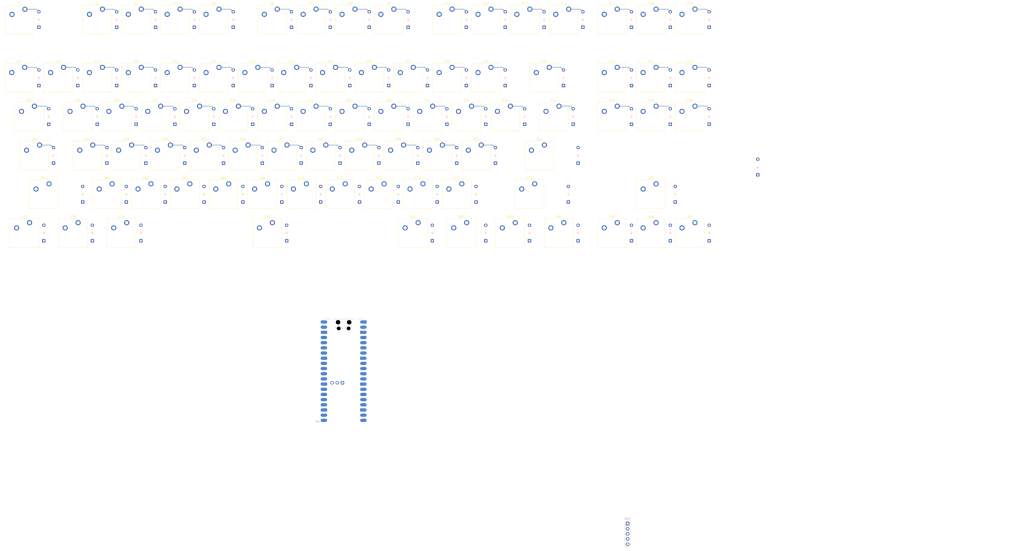
<source format=kicad_pcb>
(kicad_pcb (version 20241229) (generator "pcbnew") (generator_version "9.0")
  (layers (0 "F.Cu" signal) (2 "B.Cu" signal) (13 "F.Paste" user) (15 "B.Paste" user) (5 "F.SilkS" user "F.Silkscreen") (7 "B.SilkS" user "B.Silkscreen") (1 "F.Mask" user) (3 "B.Mask" user) (25 "Edge.Cuts" user))
  (net 0 "")
  (net 2 "GND")
  (net 5 "Row 2")
  (net 6 "Col 5")
  (net 9 "Col 1")
  (net 10 "Col 14")
  (net 11 "Col 9")
  (net 12 "Row 3")
  (net 13 "Col 7")
  (net 14 "Row 5")
  (net 15 "CLK")
  (net 18 "Col 15")
  (net 19 "Col 0")
  (net 20 "Col 16")
  (net 21 "Col 10")
  (net 22 "Col 6")
  (net 23 "Col 2")
  (net 24 "Col 11")
  (net 25 "Col 12")
  (net 26 "DT")
  (net 27 "Row 1")
  (net 28 "Col 4")
  (net 29 "Row 0")
  (net 30 "Col 13")
  (net 31 "Col 8")
  (net 32 "Col 3")
  (net 34 "Row 4")
  (net 35 "Net-(D1-A)")
  (net 36 "Net-(D2-A)")
  (net 37 "Net-(D3-A)")
  (net 38 "Net-(D4-A)")
  (net 39 "Net-(D5-A)")
  (net 40 "Net-(D6-A)")
  (net 41 "Net-(D7-A)")
  (net 42 "Net-(D8-A)")
  (net 43 "Net-(D9-A)")
  (net 44 "Net-(D10-A)")
  (net 45 "Net-(D11-A)")
  (net 46 "Net-(D12-A)")
  (net 47 "Net-(D13-A)")
  (net 48 "Net-(D14-A)")
  (net 49 "Net-(D15-A)")
  (net 50 "Net-(D16-A)")
  (net 51 "Net-(D17-A)")
  (net 52 "Net-(D18-A)")
  (net 53 "Net-(D19-A)")
  (net 54 "Net-(D20-A)")
  (net 55 "Net-(D21-A)")
  (net 56 "Net-(D22-A)")
  (net 57 "Net-(D23-A)")
  (net 58 "Net-(D24-A)")
  (net 59 "Net-(D25-A)")
  (net 60 "Net-(D26-A)")
  (net 61 "Net-(D27-A)")
  (net 62 "Net-(D28-A)")
  (net 63 "Net-(D29-A)")
  (net 64 "Net-(D30-A)")
  (net 65 "Net-(D31-A)")
  (net 66 "Net-(D32-A)")
  (net 67 "Net-(D33-A)")
  (net 68 "Net-(D34-A)")
  (net 69 "Net-(D35-A)")
  (net 70 "Net-(D36-A)")
  (net 71 "Net-(D37-A)")
  (net 72 "Net-(D38-A)")
  (net 73 "Net-(D39-A)")
  (net 74 "Net-(D40-A)")
  (net 75 "Net-(D41-A)")
  (net 76 "Net-(D42-A)")
  (net 77 "Net-(D43-A)")
  (net 78 "Net-(D44-A)")
  (net 79 "Net-(D45-A)")
  (net 80 "Net-(D46-A)")
  (net 81 "Net-(D47-A)")
  (net 82 "Net-(D48-A)")
  (net 83 "Net-(D49-A)")
  (net 84 "Net-(D50-A)")
  (net 85 "Net-(D51-A)")
  (net 86 "Net-(D52-A)")
  (net 87 "Net-(D53-A)")
  (net 88 "Net-(D54-A)")
  (net 89 "Net-(D55-A)")
  (net 90 "Net-(D56-A)")
  (net 91 "Net-(D57-A)")
  (net 92 "Net-(D58-A)")
  (net 93 "Net-(D59-A)")
  (net 94 "Net-(D60-A)")
  (net 95 "Net-(D61-A)")
  (net 96 "Net-(D62-A)")
  (net 97 "Net-(D63-A)")
  (net 98 "Net-(D64-A)")
  (net 99 "Net-(D65-A)")
  (net 100 "Net-(D66-A)")
  (net 101 "Net-(D67-A)")
  (net 102 "Net-(D68-A)")
  (net 103 "Net-(D69-A)")
  (net 104 "Net-(D70-A)")
  (net 105 "Net-(D71-A)")
  (net 106 "Net-(D72-A)")
  (net 107 "Net-(D73-A)")
  (net 108 "Net-(D74-A)")
  (net 109 "Net-(D75-A)")
  (net 110 "Net-(D76-A)")
  (net 111 "Net-(D77-A)")
  (net 112 "Net-(D78-A)")
  (net 113 "Net-(D79-A)")
  (net 114 "Net-(D80-A)")
  (net 115 "Net-(D81-A)")
  (net 116 "Net-(D82-A)")
  (net 117 "Net-(D83-A)")
  (net 118 "Net-(D84-A)")
  (net 119 "Net-(D85-A)")
  (net 120 "Net-(D86-A)")
  (net 121 "Net-(D87-A)")
  (net 122 "Net-(D88-A)")
  (footprint "ScottoKeebs_MX:MX_PCB_1.00u" (layer "F.Cu") (at 47.625 38.1)
    (property "Reference" "S19")
    (property "Value" "~")
  )
  (footprint "ScottoKeebs_MX:MX_PCB_1.00u" (layer "F.Cu") (at 180.975 38.1)
    (property "Reference" "S26")
    (property "Value" "~")
  )
  (footprint "ScottoKeebs_MX:MX_PCB_1.00u" (layer "F.Cu") (at 338.1375 57.15)
    (property "Reference" "S50")
    (property "Value" "~")
  )
  (footprint "ScottoKeebs_MX:MX_PCB_1.00u" (layer "F.Cu") (at 28.575 38.1)
    (property "Reference" "S18")
    (property "Value" "~")
  )
  (footprint "ScottoKeebs_MX:MX_PCB_1.00u" (layer "F.Cu") (at 66.675 38.1)
    (property "Reference" "S20")
    (property "Value" "~")
  )
  (footprint "ScottoKeebs_MX:MX_PCB_1.00u" (layer "F.Cu") (at 300.0375 38.1)
    (property "Reference" "S31")
    (property "Value" "~")
  )
  (footprint "ScottoKeebs_MX:MX_PCB_1.00u" (layer "F.Cu") (at 257.175 9.525)
    (property "Reference" "S12")
    (property "Value" "~")
  )
  (footprint "ScottoKeebs_MX:MX_PCB_1.00u" (layer "F.Cu") (at 238.125 9.525)
    (property "Reference" "S11")
    (property "Value" "~")
  )
  (footprint "ScottoKeebs_MX:MX_PCB_1.50u" (layer "F.Cu") (at 14.2875 57.15)
    (property "Reference" "S34")
    (property "Value" "~")
  )
  (footprint "ScottoKeebs_MX:MX_PCB_1.00u" (layer "F.Cu") (at 52.3875 95.25)
    (property "Reference" "S65")
    (property "Value" "~")
  )
  (footprint "ScottoKeebs_MX:MX_PCB_1.25u" (layer "F.Cu") (at 273.84375 114.3)
    (property "Reference" "S84")
    (property "Value" "~")
  )
  (footprint "ScottoKeebs_MX:MX_PCB_1.00u" (layer "F.Cu") (at 95.25 57.15)
    (property "Reference" "S38")
    (property "Value" "~")
  )
  (footprint "ScottoKeebs_MX:MX_PCB_1.00u" (layer "F.Cu") (at 119.0625 76.2)
    (property "Reference" "S56")
    (property "Value" "~")
  )
  (footprint "ScottoKeebs_MX:MX_PCB_1.00u" (layer "F.Cu") (at 66.675 9.525)
    (property "Reference" "S3")
    (property "Value" "~")
  )
  (footprint "ScottoKeebs_MX:MX_PCB_1.00u" (layer "F.Cu") (at 104.775 9.525)
    (property "Reference" "S5")
    (property "Value" "~")
  )
  (footprint "ScottoKeebs_MX:MX_PCB_2.75u" (layer "F.Cu") (at 259.55625 95.25)
    (property "Reference" "S75")
    (property "Value" "~")
  )
  (footprint "ScottoKeebs_MX:MX_PCB_1.00u" (layer "F.Cu") (at 190.5 57.15)
    (property "Reference" "S43")
    (property "Value" "~")
  )
  (footprint "ScottoKeebs_MX:MX_PCB_1.00u" (layer "F.Cu") (at 128.5875 95.25)
    (property "Reference" "S69")
    (property "Value" "~")
  )
  (footprint "ScottoKeebs_MX:MX_PCB_1.00u" (layer "F.Cu") (at 133.35 57.15)
    (property "Reference" "S40")
    (property "Value" "~")
  )
  (footprint "ScottoKeebs_MX:MX_PCB_1.00u" (layer "F.Cu") (at 338.1375 114.3)
    (property "Reference" "S87")
    (property "Value" "~")
  )
  (footprint "ScottoKeebs_MX:MX_PCB_1.00u" (layer "F.Cu") (at 195.2625 76.2)
    (property "Reference" "S60")
    (property "Value" "~")
  )
  (footprint "ScottoKeebs_MX:MX_PCB_1.00u" (layer "F.Cu") (at 90.4875 95.25)
    (property "Reference" "S67")
    (property "Value" "~")
  )
  (footprint "ScottoKeebs_MX:MX_PCB_1.00u" (layer "F.Cu") (at 152.4 57.15)
    (property "Reference" "S41")
    (property "Value" "~")
  )
  (footprint "ScottoKeebs_MX:MX_PCB_1.00u" (layer "F.Cu") (at 176.2125 76.2)
    (property "Reference" "S59")
    (property "Value" "~")
  )
  (footprint "ScottoKeebs_MX:MX_PCB_1.00u" (layer "F.Cu") (at 38.1 57.15)
    (property "Reference" "S35")
    (property "Value" "~")
  )
  (footprint "ScottoKeebs_MX:MX_PCB_1.00u" (layer "F.Cu") (at 104.775 38.1)
    (property "Reference" "S22")
    (property "Value" "~")
  )
  (footprint "ScottoKeebs_MX:MX_PCB_2.25u" (layer "F.Cu") (at 21.43125 95.25)
    (property "Reference" "S64")
    (property "Value" "~")
  )
  (footprint "ScottoKeebs_MX:MX_PCB_1.00u" (layer "F.Cu") (at 9.635 9.59)
    (property "Reference" "S1")
    (property "Value" "~")
  )
  (footprint "ScottoKeebs_MX:MX_PCB_1.00u" (layer "F.Cu") (at 171.45 9.525)
    (property "Reference" "S8")
    (property "Value" "~")
  )
  (footprint "ScottoKeebs_MX:MX_PCB_1.00u" (layer "F.Cu") (at 204.7875 95.25)
    (property "Reference" "S73")
    (property "Value" "~")
  )
  (footprint "ScottoKeebs_MX:MX_PCB_2.25u" (layer "F.Cu") (at 264.31875 76.2)
    (property "Reference" "S63")
    (property "Value" "~")
  )
  (footprint "ScottoKeebs_MX:MX_PCB_1.00u" (layer "F.Cu") (at 319.0875 38.1)
    (property "Reference" "S32")
    (property "Value" "~")
  )
  (footprint "ScottoKeebs_MX:MX_PCB_1.25u" (layer "F.Cu") (at 35.71875 114.3)
    (property "Reference" "S78")
    (property "Value" "~")
  )
  (footprint "ScottoKeebs_MX:MX_PCB_1.00u" (layer "F.Cu") (at 200.025 38.1)
    (property "Reference" "S27")
    (property "Value" "~")
  )
  (footprint "ScottoKeebs_MX:MX_PCB_1.00u" (layer "F.Cu") (at 319.0875 95.25)
    (property "Reference" "S76")
    (property "Value" "~")
  )
  (footprint "ScottoKeebs_MX:MX_PCB_1.00u" (layer "F.Cu") (at 185.7375 95.25)
    (property "Reference" "S72")
    (property "Value" "~")
  )
  (footprint "ScottoKeebs_MX:MX_PCB_1.00u" (layer "F.Cu") (at 123.825 38.1)
    (property "Reference" "S23")
    (property "Value" "~")
  )
  (footprint "ScottoKeebs_MX:MX_PCB_1.00u" (layer "F.Cu") (at 42.8625 76.2)
    (property "Reference" "S52")
    (property "Value" "~")
  )
  (footprint "ScottoKeebs_MX:MX_PCB_1.00u" (layer "F.Cu") (at 76.2 57.15)
    (property "Reference" "S37")
    (property "Value" "~")
  )
  (footprint "ScottoKeebs_MX:MX_PCB_1.00u" (layer "F.Cu") (at 85.725 9.525)
    (property "Reference" "S4")
    (property "Value" "~")
  )
  (footprint "ScottoKeebs_MX:MX_PCB_1.00u" (layer "F.Cu") (at 233.3625 76.2)
    (property "Reference" "S62")
    (property "Value" "~")
  )
  (footprint "ScottoKeebs_MX:MX_PCB_1.25u" (layer "F.Cu") (at 202.40625 114.3)
    (property "Reference" "S81")
    (property "Value" "~")
  )
  (footprint "ScottoKeebs_MX:MX_PCB_1.00u" (layer "F.Cu") (at 276.225 9.525)
    (property "Reference" "S13")
    (property "Value" "~")
  )
  (footprint "ScottoKeebs_MX:MX_PCB_1.00u" (layer "F.Cu") (at 300.0375 114.3)
    (property "Reference" "S85")
    (property "Value" "~")
  )
  (footprint "ScottoKeebs_MX:MX_PCB_1.00u" (layer "F.Cu") (at 147.6375 95.25)
    (property "Reference" "S70")
    (property "Value" "~")
  )
  (footprint "ScottoKeebs_MX:MX_PCB_1.00u" (layer "F.Cu") (at 223.8375 95.25)
    (property "Reference" "S74")
    (property "Value" "~")
  )
  (footprint "ScottoKeebs_MX:MX_PCB_1.25u" (layer "F.Cu") (at 226.21875 114.3)
    (property "Reference" "S82")
    (property "Value" "~")
  )
  (footprint "ScottoKeebs_MX:MX_PCB_1.00u" (layer "F.Cu") (at 9.525 38.1)
    (property "Reference" "S17")
    (property "Value" "~")
  )
  (footprint "ScottoKeebs_MX:MX_PCB_1.00u" (layer "F.Cu") (at 157.1625 76.2)
    (property "Reference" "S58")
    (property "Value" "~")
  )
  (footprint "ScottoKeebs_MX:MX_PCB_1.00u" (layer "F.Cu") (at 152.4 9.525)
    (property "Reference" "S7")
    (property "Value" "~")
  )
  (footprint "ScottoKeebs_MX:MX_PCB_1.00u" (layer "F.Cu") (at 166.6875 95.25)
    (property "Reference" "S71")
    (property "Value" "~")
  )
  (footprint "ScottoKeebs_MX:MX_PCB_1.00u" (layer "F.Cu") (at 171.45 57.15)
    (property "Reference" "S42")
    (property "Value" "~")
  )
  (footprint "ScottoKeebs_MX:MX_PCB_6.25u" (layer "F.Cu") (at 130.96875 114.3)
    (property "Reference" "S80")
    (property "Value" "~")
  )
  (footprint "ScottoKeebs_MX:MX_PCB_1.00u" (layer "F.Cu") (at 300.0375 9.525)
    (property "Reference" "S14")
    (property "Value" "~")
  )
  (footprint "ScottoKeebs_MX:MX_PCB_1.00u" (layer "F.Cu") (at 219.075 38.1)
    (property "Reference" "S28")
    (property "Value" "~")
  )
  (footprint "ScottoKeebs_MX:MX_PCB_1.00u" (layer "F.Cu") (at 138.1125 76.2)
    (property "Reference" "S57")
    (property "Value" "~")
  )
  (footprint "ScottoKeebs_MX:MX_PCB_1.25u" (layer "F.Cu") (at 59.53125 114.3)
    (property "Reference" "S79")
    (property "Value" "~")
  )
  (footprint "ScottoKeebs_MX:MX_PCB_1.00u" (layer "F.Cu") (at 319.0875 57.15)
    (property "Reference" "S49")
    (property "Value" "~")
  )
  (footprint "ScottoKeebs_MX:MX_PCB_1.00u" (layer "F.Cu") (at 338.1375 9.525)
    (property "Reference" "S16")
    (property "Value" "~")
  )
  (footprint "ScottoKeebs_MX:MX_PCB_1.00u" (layer "F.Cu") (at 80.9625 76.2)
    (property "Reference" "S54")
    (property "Value" "~")
  )
  (footprint "ScottoKeebs_MX:MX_PCB_1.00u" (layer "F.Cu") (at 209.55 57.15)
    (property "Reference" "S44")
    (property "Value" "~")
  )
  (footprint "ScottoKeebs_MX:MX_PCB_1.00u" (layer "F.Cu") (at 133.35 9.525)
    (property "Reference" "S6")
    (property "Value" "~")
  )
  (footprint "ScottoKeebs_MX:MX_PCB_1.00u" (layer "F.Cu") (at 338.1375 38.1)
    (property "Reference" "S33")
    (property "Value" "~")
  )
  (footprint "ScottoKeebs_MX:MX_PCB_1.25u" (layer "F.Cu") (at 11.90625 114.3)
    (property "Reference" "S77")
    (property "Value" "~")
  )
  (footprint "ScottoKeebs_MX:MX_PCB_2.00u" (layer "F.Cu") (at 266.7 38.1)
    (property "Reference" "S30")
    (property "Value" "~")
  )
  (footprint "ScottoKeebs_MX:MX_PCB_1.00u" (layer "F.Cu") (at 71.4375 95.25)
    (property "Reference" "S66")
    (property "Value" "~")
  )
  (footprint "ScottoKeebs_MX:MX_PCB_1.00u" (layer "F.Cu") (at 100.0125 76.2)
    (property "Reference" "S55")
    (property "Value" "~")
  )
  (footprint "ScottoKeebs_MX:MX_PCB_1.00u" (layer "F.Cu") (at 319.0875 114.3)
    (property "Reference" "S86")
    (property "Value" "~")
  )
  (footprint "ScottoKeebs_MX:MX_PCB_1.00u" (layer "F.Cu") (at 142.875 38.1)
    (property "Reference" "S24")
    (property "Value" "~")
  )
  (footprint "ScottoKeebs_MX:MX_PCB_1.00u" (layer "F.Cu") (at 161.925 38.1)
    (property "Reference" "S25")
    (property "Value" "~")
  )
  (footprint "ScottoKeebs_MX:MX_PCB_1.00u" (layer "F.Cu") (at 85.725 38.1)
    (property "Reference" "S21")
    (property "Value" "~")
  )
  (footprint "ScottoKeebs_MX:MX_PCB_1.00u" (layer "F.Cu") (at 47.625 9.525)
    (property "Reference" "S2")
    (property "Value" "~")
  )
  (footprint "ScottoKeebs_MX:MX_PCB_1.00u" (layer "F.Cu") (at 219.075 9.525)
    (property "Reference" "S10")
    (property "Value" "~")
  )
  (footprint "ScottoKeebs_MX:MX_PCB_1.00u" (layer "F.Cu") (at 247.65 57.15)
    (property "Reference" "S46")
    (property "Value" "~")
  )
  (footprint "ScottoKeebs_MX:MX_PCB_1.75u" (layer "F.Cu") (at 16.8 76.2)
    (property "Reference" "S51")
    (property "Value" "~")
  )
  (footprint "ScottoKeebs_MX:MX_PCB_1.25u" (layer "F.Cu") (at 250.03125 114.3)
    (property "Reference" "S83")
    (property "Value" "~")
  )
  (footprint "ScottoKeebs_MX:MX_PCB_1.00u" (layer "F.Cu") (at 300.0375 57.15)
    (property "Reference" "S48")
    (property "Value" "~")
  )
  (footprint "ScottoKeebs_MX:MX_PCB_1.00u" (layer "F.Cu") (at 228.6 57.15)
    (property "Reference" "S45")
    (property "Value" "~")
  )
  (footprint "ScottoKeebs_MX:MX_PCB_1.00u" (layer "F.Cu") (at 61.9125 76.2)
    (property "Reference" "S53")
    (property "Value" "~")
  )
  (footprint "ScottoKeebs_MX:MX_PCB_1.00u" (layer "F.Cu") (at 57.15 57.15)
    (property "Reference" "S36")
    (property "Value" "~")
  )
  (footprint "ScottoKeebs_MX:MX_PCB_1.00u" (layer "F.Cu") (at 190.5 9.525)
    (property "Reference" "S9")
    (property "Value" "~")
  )
  (footprint "ScottoKeebs_MX:MX_PCB_1.00u" (layer "F.Cu") (at 319.0875 9.525)
    (property "Reference" "S15")
    (property "Value" "~")
  )
  (footprint "ScottoKeebs_MX:MX_PCB_1.00u" (layer "F.Cu") (at 109.5375 95.25)
    (property "Reference" "S68")
    (property "Value" "~")
  )
  (footprint "ScottoKeebs_MX:MX_PCB_1.00u" (layer "F.Cu") (at 114.3 57.15)
    (property "Reference" "S39")
    (property "Value" "~")
  )
  (footprint "ScottoKeebs_MX:MX_PCB_1.00u" (layer "F.Cu") (at 238.125 38.1)
    (property "Reference" "S29")
    (property "Value" "~")
  )
  (footprint "ScottoKeebs_MX:MX_PCB_1.50u" (layer "F.Cu") (at 271.4625 57.15)
    (property "Reference" "S47")
    (property "Value" "~")
  )
  (footprint "ScottoKeebs_MX:MX_PCB_1.00u" (layer "F.Cu") (at 214.3125 76.2)
    (property "Reference" "S61")
    (property "Value" "~")
  )
  (footprint "ScottoKeebs_Components:Diode_DO-35" (layer "B.Cu") (at 85.725 60.96 90)
    (property "Reference" "D37" (hide yes))
    (property "Value" "~" (hide yes))
  )
  (footprint "ScottoKeebs_Components:Diode_DO-35" (layer "B.Cu") (at 247.65 13.335 90)
    (property "Reference" "D11" (hide yes))
    (property "Value" "~" (hide yes))
  )
  (footprint "ScottoKeebs_Components:Diode_DO-35" (layer "B.Cu") (at 57.15 41.91 90)
    (property "Reference" "D19" (hide yes))
    (property "Value" "~" (hide yes))
  )
  (footprint "ScottoKeebs_Components:Diode_DO-35" (layer "B.Cu") (at 171.45 41.91 90)
    (property "Reference" "D25" (hide yes))
    (property "Value" "~" (hide yes))
  )
  (footprint "ScottoKeebs_Components:Diode_DO-35" (layer "B.Cu") (at 190.5 41.91 90)
    (property "Reference" "D26" (hide yes))
    (property "Value" "~" (hide yes))
  )
  (footprint "ScottoKeebs_Components:Diode_DO-35" (layer "B.Cu") (at 57.15 13.335 90)
    (property "Reference" "D2" (hide yes))
    (property "Value" "~" (hide yes))
  )
  (footprint "ScottoKeebs_Components:Diode_DO-35" (layer "B.Cu") (at 347.6625 41.91 90)
    (property "Reference" "D33" (hide yes))
    (property "Value" "~" (hide yes))
  )
  (footprint "ScottoKeebs_Components:Diode_DO-35" (layer "B.Cu") (at 176.2125 99.06 90)
    (property "Reference" "D71" (hide yes))
    (property "Value" "~" (hide yes))
  )
  (footprint "ScottoKeebs_Components:Diode_DO-35" (layer "B.Cu") (at 114.3 41.91 90)
    (property "Reference" "D22" (hide yes))
    (property "Value" "~" (hide yes))
  )
  (footprint "ScottoKeebs_Components:Diode_DO-35" (layer "B.Cu") (at 180.975 60.96 90)
    (property "Reference" "D42" (hide yes))
    (property "Value" "~" (hide yes))
  )
  (footprint "ScottoKeebs_Components:Diode_DO-35" (layer "B.Cu") (at 104.775 60.96 90)
    (property "Reference" "D38" (hide yes))
    (property "Value" "~" (hide yes))
  )
  (footprint "ScottoKeebs_Components:Diode_DO-35" (layer "B.Cu") (at 90.4875 80.01 90)
    (property "Reference" "D54" (hide yes))
    (property "Value" "~" (hide yes))
  )
  (footprint "ScottoKeebs_Components:Diode_DO-35" (layer "B.Cu") (at 95.25 13.335 90)
    (property "Reference" "D4" (hide yes))
    (property "Value" "~" (hide yes))
  )
  (footprint "ScottoKeebs_Components:Diode_DO-35" (layer "B.Cu") (at 223.8375 80.01 90)
    (property "Reference" "D61" (hide yes))
    (property "Value" "~" (hide yes))
  )
  (footprint "ScottoKeebs_Components:Diode_DO-35" (layer "B.Cu") (at 309.5625 118.11 90)
    (property "Reference" "D85" (hide yes))
    (property "Value" "~" (hide yes))
  )
  (footprint "ScottoKeebs_Components:Diode_DO-35" (layer "B.Cu") (at 66.675 60.96 90)
    (property "Reference" "D36" (hide yes))
    (property "Value" "~" (hide yes))
  )
  (footprint "ScottoKeebs_Components:Diode_DO-35" (layer "B.Cu") (at 347.6625 118.11 90)
    (property "Reference" "D87" (hide yes))
    (property "Value" "~" (hide yes))
  )
  (footprint "ScottoKeebs_Components:Diode_DO-35" (layer "B.Cu") (at 76.2 13.335 90)
    (property "Reference" "D3" (hide yes))
    (property "Value" "~" (hide yes))
  )
  (footprint "ScottoKeebs_Components:Diode_DO-35" (layer "B.Cu") (at 309.5625 13.335 90)
    (property "Reference" "D14" (hide yes))
    (property "Value" "~" (hide yes))
  )
  (footprint "ScottoKeebs_Components:Diode_DO-35" (layer "B.Cu") (at 109.5375 80.01 90)
    (property "Reference" "D55" (hide yes))
    (property "Value" "~" (hide yes))
  )
  (footprint "ScottoKeebs_Components:Diode_DO-35" (layer "B.Cu") (at 242.8875 80.01 90)
    (property "Reference" "D62" (hide yes))
    (property "Value" "~" (hide yes))
  )
  (footprint "ScottoKeebs_Components:Diode_DO-35" (layer "B.Cu") (at 209.55 41.91 90)
    (property "Reference" "D27" (hide yes))
    (property "Value" "~" (hide yes))
  )
  (footprint "ScottoKeebs_Components:Diode_DO-35" (layer "B.Cu") (at 276.225 41.91 90)
    (property "Reference" "D30" (hide yes))
    (property "Value" "~" (hide yes))
  )
  (footprint "ScottoKeebs_Components:Diode_DO-35" (layer "B.Cu") (at 309.5625 41.91 90)
    (property "Reference" "D31" (hide yes))
    (property "Value" "~" (hide yes))
  )
  (footprint "ScottoKeebs_Components:Diode_DO-35" (layer "B.Cu") (at 21.43125 118.11 90)
    (property "Reference" "D77" (hide yes))
    (property "Value" "~" (hide yes))
  )
  (footprint "ScottoKeebs_Components:Diode_DO-35" (layer "B.Cu") (at 80.9625 99.06 90)
    (property "Reference" "D66" (hide yes))
    (property "Value" "~" (hide yes))
  )
  (footprint "ScottoKeebs_Components:Diode_DO-35" (layer "B.Cu") (at 266.7 13.335 90)
    (property "Reference" "D12" (hide yes))
    (property "Value" "~" (hide yes))
  )
  (footprint "Module:RaspberryPi_Pico_W_SMD_HandSolder" (layer "B.Cu") (at 168.43375 182.08625 180)
    (property "Reference" "A0")
    (property "Value" "RaspberryPi_Pico_W")
  )
  (footprint "ScottoKeebs_Components:Diode_DO-35" (layer "B.Cu") (at 214.3125 99.06 90)
    (property "Reference" "D73" (hide yes))
    (property "Value" "~" (hide yes))
  )
  (footprint "ScottoKeebs_Components:Diode_DO-35" (layer "B.Cu") (at 278.60625 99.06 90)
    (property "Reference" "D75" (hide yes))
    (property "Value" "~" (hide yes))
  )
  (footprint "ScottoKeebs_Components:Diode_DO-35" (layer "B.Cu") (at 247.65 41.91 90)
    (property "Reference" "D29" (hide yes))
    (property "Value" "~" (hide yes))
  )
  (footprint "ScottoKeebs_Components:Diode_DO-35" (layer "B.Cu") (at 238.125 118.11 90)
    (property "Reference" "D82" (hide yes))
    (property "Value" "~" (hide yes))
  )
  (footprint "ScottoKeebs_Components:Diode_DO-35" (layer "B.Cu") (at 142.875 13.335 90)
    (property "Reference" "D6" (hide yes))
    (property "Value" "~" (hide yes))
  )
  (footprint "ScottoKeebs_Components:Diode_DO-35" (layer "B.Cu") (at 228.6 13.335 90)
    (property "Reference" "D10" (hide yes))
    (property "Value" "~" (hide yes))
  )
  (footprint "ScottoKeebs_Components:Diode_DO-35" (layer "B.Cu") (at 161.925 60.96 90)
    (property "Reference" "D41" (hide yes))
    (property "Value" "~" (hide yes))
  )
  (footprint "ScottoKeebs_Components:Diode_DO-35" (layer "B.Cu") (at 204.7875 80.01 90)
    (property "Reference" "D60" (hide yes))
    (property "Value" "~" (hide yes))
  )
  (footprint "ScottoKeebs_Components:Diode_DO-35" (layer "B.Cu") (at 211.93125 118.11 90)
    (property "Reference" "D81" (hide yes))
    (property "Value" "~" (hide yes))
  )
  (footprint "ScottoKeebs_Components:Diode_DO-35" (layer "B.Cu") (at 228.6 41.91 90)
    (property "Reference" "D28" (hide yes))
    (property "Value" "~" (hide yes))
  )
  (footprint "ScottoKeebs_Components:Diode_DO-35" (layer "B.Cu") (at 257.175 60.96 90)
    (property "Reference" "D46" (hide yes))
    (property "Value" "~" (hide yes))
  )
  (footprint "ScottoKeebs_Components:Diode_DO-35" (layer "B.Cu") (at 180.975 13.335 90)
    (property "Reference" "D8" (hide yes))
    (property "Value" "~" (hide yes))
  )
  (footprint "ScottoKeebs_Components:Diode_DO-35" (layer "B.Cu") (at 61.9125 99.06 90)
    (property "Reference" "D65" (hide yes))
    (property "Value" "~" (hide yes))
  )
  (footprint "ScottoKeebs_Components:Diode_DO-35" (layer "B.Cu") (at 71.4375 80.01 90)
    (property "Reference" "D53" (hide yes))
    (property "Value" "~" (hide yes))
  )
  (footprint "ScottoKeebs_Components:Diode_DO-35" (layer "B.Cu") (at 45.24375 118.11 90)
    (property "Reference" "D78" (hide yes))
    (property "Value" "~" (hide yes))
  )
  (footprint "ScottoKeebs_Components:Diode_DO-35" (layer "B.Cu") (at 285.75 13.335 90)
    (property "Reference" "D13" (hide yes))
    (property "Value" "~" (hide yes))
  )
  (footprint "ScottoKeebs_Components:Diode_DO-35" (layer "B.Cu") (at 138.1125 99.06 90)
    (property "Reference" "D69" (hide yes))
    (property "Value" "~" (hide yes))
  )
  (footprint "ScottoKeebs_Components:Diode_DO-35" (layer "B.Cu") (at 52.3875 80.01 90)
    (property "Reference" "D52" (hide yes))
    (property "Value" "~" (hide yes))
  )
  (footprint "ScottoKeebs_Components:Diode_DO-35" (layer "B.Cu") (at 238.125 60.96 90)
    (property "Reference" "D45" (hide yes))
    (property "Value" "~" (hide yes))
  )
  (footprint "ScottoKeebs_Components:Diode_DO-35" (layer "B.Cu") (at 347.6625 60.96 90)
    (property "Reference" "D50" (hide yes))
    (property "Value" "~" (hide yes))
  )
  (footprint "ScottoKeebs_Components:Diode_DO-35" (layer "B.Cu") (at 140.49375 118.11 90)
    (property "Reference" "D80" (hide yes))
    (property "Value" "~" (hide yes))
  )
  (footprint "ScottoKeebs_Components:Diode_DO-35" (layer "B.Cu") (at 47.625 60.96 90)
    (property "Reference" "D35" (hide yes))
    (property "Value" "~" (hide yes))
  )
  (footprint "ScottoKeebs_Components:Diode_DO-35" (layer "B.Cu") (at 133.35 41.91 90)
    (property "Reference" "D23" (hide yes))
    (property "Value" "~" (hide yes))
  )
  (footprint "ScottoKeebs_Components:Diode_DO-35" (layer "B.Cu") (at 200.025 13.335 90)
    (property "Reference" "D9" (hide yes))
    (property "Value" "~" (hide yes))
  )
  (footprint "ScottoKeebs_Components:Diode_DO-35" (layer "B.Cu") (at 330.99375 99.06 90)
    (property "Reference" "D76" (hide yes))
    (property "Value" "~" (hide yes))
  )
  (footprint "ScottoKeebs_Components:Diode_DO-35" (layer "B.Cu") (at 195.2625 99.06 90)
    (property "Reference" "D72" (hide yes))
    (property "Value" "~" (hide yes))
  )
  (footprint "ScottoKeebs_Components:Diode_DO-35" (layer "B.Cu") (at 147.6375 80.01 90)
    (property "Reference" "D57" (hide yes))
    (property "Value" "~" (hide yes))
  )
  (footprint "ScottoKeebs_Components:Diode_DO-35" (layer "B.Cu") (at 19.05 13.335 90)
    (property "Reference" "D1" (hide yes))
    (property "Value" "~" (hide yes))
  )
  (footprint "ScottoKeebs_Components:Diode_DO-35" (layer "B.Cu") (at 76.2 41.91 90)
    (property "Reference" "D20" (hide yes))
    (property "Value" "~" (hide yes))
  )
  (footprint "ScottoKeebs_Components:Diode_DO-35" (layer "B.Cu") (at 95.25 41.91 90)
    (property "Reference" "D21" (hide yes))
    (property "Value" "~" (hide yes))
  )
  (footprint "ScottoKeebs_Components:Diode_DO-35" (layer "B.Cu") (at 328.6125 41.91 90)
    (property "Reference" "D32" (hide yes))
    (property "Value" "~" (hide yes))
  )
  (footprint "ScottoKeebs_Components:Diode_DO-35" (layer "B.Cu") (at 166.6875 80.01 90)
    (property "Reference" "D58" (hide yes))
    (property "Value" "~" (hide yes))
  )
  (footprint "ScottoKeebs_Components:Diode_DO-35" (layer "B.Cu") (at 200.025 60.96 90)
    (property "Reference" "D43" (hide yes))
    (property "Value" "~" (hide yes))
  )
  (footprint "ScottoKeebs_Components:Diode_DO-35" (layer "B.Cu") (at 280.9875 60.96 90)
    (property "Reference" "D47" (hide yes))
    (property "Value" "~" (hide yes))
  )
  (footprint "ScottoKeebs_Components:Diode_DO-35" (layer "B.Cu") (at 38.1 41.91 90)
    (property "Reference" "D18" (hide yes))
    (property "Value" "~" (hide yes))
  )
  (footprint "ScottoKeebs_Components:Diode_DO-35" (layer "B.Cu") (at 40.48125 99.06 90)
    (property "Reference" "D64" (hide yes))
    (property "Value" "~" (hide yes))
  )
  (footprint "ScottoKeebs_Components:Diode_DO-35" (layer "B.Cu") (at 328.6125 60.96 90)
    (property "Reference" "D49" (hide yes))
    (property "Value" "~" (hide yes))
  )
  (footprint "ScottoKeebs_Components:Diode_DO-35" (layer "B.Cu") (at 347.6625 13.335 90)
    (property "Reference" "D16" (hide yes))
    (property "Value" "~" (hide yes))
  )
  (footprint "ScottoKeebs_Components:Diode_DO-35" (layer "B.Cu") (at 26.19375 80.01 90)
    (property "Reference" "D51" (hide yes))
    (property "Value" "~" (hide yes))
  )
  (footprint "ScottoKeebs_Components:Diode_DO-35" (layer "B.Cu") (at 328.6125 13.335 90)
    (property "Reference" "D15" (hide yes))
    (property "Value" "~" (hide yes))
  )
  (footprint "ScottoKeebs_Components:Diode_DO-35" (layer "B.Cu") (at 123.825 60.96 90)
    (property "Reference" "D39" (hide yes))
    (property "Value" "~" (hide yes))
  )
  (footprint "ScottoKeebs_Components:Diode_DO-35" (layer "B.Cu") (at 185.7375 80.01 90)
    (property "Reference" "D59" (hide yes))
    (property "Value" "~" (hide yes))
  )
  (footprint "ScottoKeebs_Components:Diode_DO-35" (layer "B.Cu") (at 100.0125 99.06 90)
    (property "Reference" "D67" (hide yes))
    (property "Value" "~" (hide yes))
  )
  (footprint "ScottoKeebs_Components:Diode_DO-35" (layer "B.Cu") (at 371.475 85.725 90)
    (property "Reference" "D88" (hide yes))
    (property "Value" "~" (hide yes))
  )
  (footprint "ScottoKeebs_Components:Diode_DO-35" (layer "B.Cu") (at 23.8125 60.96 90)
    (property "Reference" "D34" (hide yes))
    (property "Value" "~" (hide yes))
  )
  (footprint "ScottoKeebs_Components:Diode_DO-35" (layer "B.Cu") (at 283.36875 80.01 90)
    (property "Reference" "D63" (hide yes))
    (property "Value" "~" (hide yes))
  )
  (footprint "ScottoKeebs_Components:Diode_DO-35" (layer "B.Cu") (at 152.4 41.91 90)
    (property "Reference" "D24" (hide yes))
    (property "Value" "~" (hide yes))
  )
  (footprint "ScottoKeebs_Components:Diode_DO-35" (layer "B.Cu") (at 119.0625 99.06 90)
    (property "Reference" "D68" (hide yes))
    (property "Value" "~" (hide yes))
  )
  (footprint "ScottoKeebs_Components:Diode_DO-35" (layer "B.Cu") (at 283.36875 118.11 90)
    (property "Reference" "D84" (hide yes))
    (property "Value" "~" (hide yes))
  )
  (footprint "ScottoKeebs_Components:Diode_DO-35" (layer "B.Cu") (at 114.3 13.335 90)
    (property "Reference" "D5" (hide yes))
    (property "Value" "~" (hide yes))
  )
  (footprint "ScottoKeebs_Components:Diode_DO-35" (layer "B.Cu") (at 219.075 60.96 90)
    (property "Reference" "D44" (hide yes))
    (property "Value" "~" (hide yes))
  )
  (footprint "ScottoKeebs_Components:Diode_DO-35" (layer "B.Cu") (at 128.5875 80.01 90)
    (property "Reference" "D56" (hide yes))
    (property "Value" "~" (hide yes))
  )
  (footprint "ScottoKeebs_Components:Diode_DO-35" (layer "B.Cu") (at 233.3625 99.06 90)
    (property "Reference" "D74" (hide yes))
    (property "Value" "~" (hide yes))
  )
  (footprint "ScottoKeebs_Components:Diode_DO-35" (layer "B.Cu") (at 328.6125 118.11 90)
    (property "Reference" "D86" (hide yes))
    (property "Value" "~" (hide yes))
  )
  (footprint "ScottoKeebs_Components:Diode_DO-35" (layer "B.Cu") (at 69.05625 118.11 90)
    (property "Reference" "D79" (hide yes))
    (property "Value" "~" (hide yes))
  )
  (footprint "ScottoKeebs_Components:Diode_DO-35" (layer "B.Cu") (at 157.1625 99.06 90)
    (property "Reference" "D70" (hide yes))
    (property "Value" "~" (hide yes))
  )
  (footprint "ScottoKeebs_Components:Diode_DO-35" (layer "B.Cu") (at 309.5625 60.96 90)
    (property "Reference" "D48" (hide yes))
    (property "Value" "~" (hide yes))
  )
  (footprint "Connector_PinHeader_2.54mm:PinHeader_1x05_P2.54mm_Vertical" (layer "B.Cu") (at 307.650892 256.8575 180)
    (property "Reference" "SW0")
    (property "Value" "RotaryEncoder_Switch")
  )
  (footprint "ScottoKeebs_Components:Diode_DO-35" (layer "B.Cu") (at 19.05 41.91 90)
    (property "Reference" "D17" (hide yes))
    (property "Value" "~" (hide yes))
  )
  (footprint "ScottoKeebs_Components:Diode_DO-35" (layer "B.Cu") (at 161.925 13.335 90)
    (property "Reference" "D7" (hide yes))
    (property "Value" "~" (hide yes))
  )
  (footprint "ScottoKeebs_Components:Diode_DO-35" (layer "B.Cu") (at 142.875 60.96 90)
    (property "Reference" "D40" (hide yes))
    (property "Value" "~" (hide yes))
  )
  (footprint "ScottoKeebs_Components:Diode_DO-35" (layer "B.Cu") (at 259.55625 118.11 90)
    (property "Reference" "D83" (hide yes))
    (property "Value" "~" (hide yes))
  )
  (segment (start 17.845 4.51) (end 19.05 5.715) (width 0.2) (layer "B.Cu") (net 35))
  (segment (start 12.175 4.51) (end 17.845 4.51) (width 0.2) (layer "B.Cu") (net 35))
  (segment (start 55.88 4.445) (end 57.15 5.715) (width 0.2) (layer "B.Cu") (net 36))
  (segment (start 50.165 4.445) (end 55.88 4.445) (width 0.2) (layer "B.Cu") (net 36))
  (segment (start 69.215 4.445) (end 74.93 4.445) (width 0.2) (layer "B.Cu") (net 37))
  (segment (start 74.93 4.445) (end 76.2 5.715) (width 0.2) (layer "B.Cu") (net 37))
  (segment (start 88.265 4.445) (end 93.98 4.445) (width 0.2) (layer "B.Cu") (net 38))
  (segment (start 93.98 4.445) (end 95.25 5.715) (width 0.2) (layer "B.Cu") (net 38))
  (segment (start 113.03 4.445) (end 114.3 5.715) (width 0.2) (layer "B.Cu") (net 39))
  (segment (start 107.315 4.445) (end 113.03 4.445) (width 0.2) (layer "B.Cu") (net 39))
  (segment (start 141.605 4.445) (end 142.875 5.715) (width 0.2) (layer "B.Cu") (net 40))
  (segment (start 135.89 4.445) (end 141.605 4.445) (width 0.2) (layer "B.Cu") (net 40))
  (segment (start 160.655 4.445) (end 161.925 5.715) (width 0.2) (layer "B.Cu") (net 41))
  (segment (start 154.94 4.445) (end 160.655 4.445) (width 0.2) (layer "B.Cu") (net 41))
  (segment (start 173.99 4.445) (end 179.705 4.445) (width 0.2) (layer "B.Cu") (net 42))
  (segment (start 179.705 4.445) (end 180.975 5.715) (width 0.2) (layer "B.Cu") (net 42))
  (segment (start 198.755 4.445) (end 200.025 5.715) (width 0.2) (layer "B.Cu") (net 43))
  (segment (start 193.04 4.445) (end 198.755 4.445) (width 0.2) (layer "B.Cu") (net 43))
  (segment (start 227.33 4.445) (end 228.6 5.715) (width 0.2) (layer "B.Cu") (net 44))
  (segment (start 221.615 4.445) (end 227.33 4.445) (width 0.2) (layer "B.Cu") (net 44))
  (segment (start 240.665 4.445) (end 246.38 4.445) (width 0.2) (layer "B.Cu") (net 45))
  (segment (start 246.38 4.445) (end 247.65 5.715) (width 0.2) (layer "B.Cu") (net 45))
  (segment (start 259.715 4.445) (end 265.43 4.445) (width 0.2) (layer "B.Cu") (net 46))
  (segment (start 265.43 4.445) (end 266.7 5.715) (width 0.2) (layer "B.Cu") (net 46))
  (segment (start 278.765 4.445) (end 284.48 4.445) (width 0.2) (layer "B.Cu") (net 47))
  (segment (start 284.48 4.445) (end 285.75 5.715) (width 0.2) (layer "B.Cu") (net 47))
  (segment (start 308.2925 4.445) (end 309.5625 5.715) (width 0.2) (layer "B.Cu") (net 48))
  (segment (start 302.5775 4.445) (end 308.2925 4.445) (width 0.2) (layer "B.Cu") (net 48))
  (segment (start 321.6275 4.445) (end 327.3425 4.445) (width 0.2) (layer "B.Cu") (net 49))
  (segment (start 327.3425 4.445) (end 328.6125 5.715) (width 0.2) (layer "B.Cu") (net 49))
  (segment (start 340.6775 4.445) (end 346.3925 4.445) (width 0.2) (layer "B.Cu") (net 50))
  (segment (start 346.3925 4.445) (end 347.6625 5.715) (width 0.2) (layer "B.Cu") (net 50))
  (segment (start 17.78 33.02) (end 19.05 34.29) (width 0.2) (layer "B.Cu") (net 51))
  (segment (start 12.065 33.02) (end 17.78 33.02) (width 0.2) (layer "B.Cu") (net 51))
  (segment (start 31.115 33.02) (end 36.83 33.02) (width 0.2) (layer "B.Cu") (net 52))
  (segment (start 36.83 33.02) (end 38.1 34.29) (width 0.2) (layer "B.Cu") (net 52))
  (segment (start 55.88 33.02) (end 57.15 34.29) (width 0.2) (layer "B.Cu") (net 53))
  (segment (start 50.165 33.02) (end 55.88 33.02) (width 0.2) (layer "B.Cu") (net 53))
  (segment (start 69.215 33.02) (end 74.93 33.02) (width 0.2) (layer "B.Cu") (net 54))
  (segment (start 74.93 33.02) (end 76.2 34.29) (width 0.2) (layer "B.Cu") (net 54))
  (segment (start 93.98 33.02) (end 95.25 34.29) (width 0.2) (layer "B.Cu") (net 55))
  (segment (start 88.265 33.02) (end 93.98 33.02) (width 0.2) (layer "B.Cu") (net 55))
  (segment (start 107.315 33.02) (end 113.03 33.02) (width 0.2) (layer "B.Cu") (net 56))
  (segment (start 113.03 33.02) (end 114.3 34.29) (width 0.2) (layer "B.Cu") (net 56))
  (segment (start 132.08 33.02) (end 133.35 34.29) (width 0.2) (layer "B.Cu") (net 57))
  (segment (start 126.365 33.02) (end 132.08 33.02) (width 0.2) (layer "B.Cu") (net 57))
  (segment (start 151.13 33.02) (end 152.4 34.29) (width 0.2) (layer "B.Cu") (net 58))
  (segment (start 145.415 33.02) (end 151.13 33.02) (width 0.2) (layer "B.Cu") (net 58))
  (segment (start 164.465 33.02) (end 170.18 33.02) (width 0.2) (layer "B.Cu") (net 59))
  (segment (start 170.18 33.02) (end 171.45 34.29) (width 0.2) (layer "B.Cu") (net 59))
  (segment (start 189.23 33.02) (end 190.5 34.29) (width 0.2) (layer "B.Cu") (net 60))
  (segment (start 183.515 33.02) (end 189.23 33.02) (width 0.2) (layer "B.Cu") (net 60))
  (segment (start 202.565 33.02) (end 208.28 33.02) (width 0.2) (layer "B.Cu") (net 61))
  (segment (start 208.28 33.02) (end 209.55 34.29) (width 0.2) (layer "B.Cu") (net 61))
  (segment (start 227.33 33.02) (end 228.6 34.29) (width 0.2) (layer "B.Cu") (net 62))
  (segment (start 221.615 33.02) (end 227.33 33.02) (width 0.2) (layer "B.Cu") (net 62))
  (segment (start 240.665 33.02) (end 246.38 33.02) (width 0.2) (layer "B.Cu") (net 63))
  (segment (start 246.38 33.02) (end 247.65 34.29) (width 0.2) (layer "B.Cu") (net 63))
  (segment (start 274.955 33.02) (end 276.225 34.29) (width 0.2) (layer "B.Cu") (net 64))
  (segment (start 269.24 33.02) (end 274.955 33.02) (width 0.2) (layer "B.Cu") (net 64))
  (segment (start 308.2925 33.02) (end 309.5625 34.29) (width 0.2) (layer "B.Cu") (net 65))
  (segment (start 302.5775 33.02) (end 308.2925 33.02) (width 0.2) (layer "B.Cu") (net 65))
  (segment (start 321.6275 33.02) (end 327.3425 33.02) (width 0.2) (layer "B.Cu") (net 66))
  (segment (start 327.3425 33.02) (end 328.6125 34.29) (width 0.2) (layer "B.Cu") (net 66))
  (segment (start 346.3925 33.02) (end 347.6625 34.29) (width 0.2) (layer "B.Cu") (net 67))
  (segment (start 340.6775 33.02) (end 346.3925 33.02) (width 0.2) (layer "B.Cu") (net 67))
  (segment (start 16.8275 52.07) (end 22.5425 52.07) (width 0.2) (layer "B.Cu") (net 68))
  (segment (start 22.5425 52.07) (end 23.8125 53.34) (width 0.2) (layer "B.Cu") (net 68))
  (segment (start 40.64 52.07) (end 46.355 52.07) (width 0.2) (layer "B.Cu") (net 69))
  (segment (start 46.355 52.07) (end 47.625 53.34) (width 0.2) (layer "B.Cu") (net 69))
  (segment (start 65.405 52.07) (end 66.675 53.34) (width 0.2) (layer "B.Cu") (net 70))
  (segment (start 59.69 52.07) (end 65.405 52.07) (width 0.2) (layer "B.Cu") (net 70))
  (segment (start 84.455 52.07) (end 85.725 53.34) (width 0.2) (layer "B.Cu") (net 71))
  (segment (start 78.74 52.07) (end 84.455 52.07) (width 0.2) (layer "B.Cu") (net 71))
  (segment (start 97.79 52.07) (end 103.505 52.07) (width 0.2) (layer "B.Cu") (net 72))
  (segment (start 103.505 52.07) (end 104.775 53.34) (width 0.2) (layer "B.Cu") (net 72))
  (segment (start 116.84 52.07) (end 122.555 52.07) (width 0.2) (layer "B.Cu") (net 73))
  (segment (start 122.555 52.07) (end 123.825 53.34) (width 0.2) (layer "B.Cu") (net 73))
  (segment (start 135.89 52.07) (end 141.605 52.07) (width 0.2) (layer "B.Cu") (net 74))
  (segment (start 141.605 52.07) (end 142.875 53.34) (width 0.2) (layer "B.Cu") (net 74))
  (segment (start 160.655 52.07) (end 161.925 53.34) (width 0.2) (layer "B.Cu") (net 75))
  (segment (start 154.94 52.07) (end 160.655 52.07) (width 0.2) (layer "B.Cu") (net 75))
  (segment (start 173.99 52.07) (end 179.705 52.07) (width 0.2) (layer "B.Cu") (net 76))
  (segment (start 179.705 52.07) (end 180.975 53.34) (width 0.2) (layer "B.Cu") (net 76))
  (segment (start 193.04 52.07) (end 198.755 52.07) (width 0.2) (layer "B.Cu") (net 77))
  (segment (start 198.755 52.07) (end 200.025 53.34) (width 0.2) (layer "B.Cu") (net 77))
  (segment (start 217.805 52.07) (end 219.075 53.34) (width 0.2) (layer "B.Cu") (net 78))
  (segment (start 212.09 52.07) (end 217.805 52.07) (width 0.2) (layer "B.Cu") (net 78))
  (segment (start 236.855 52.07) (end 238.125 53.34) (width 0.2) (layer "B.Cu") (net 79))
  (segment (start 231.14 52.07) (end 236.855 52.07) (width 0.2) (layer "B.Cu") (net 79))
  (segment (start 250.19 52.07) (end 255.905 52.07) (width 0.2) (layer "B.Cu") (net 80))
  (segment (start 255.905 52.07) (end 257.175 53.34) (width 0.2) (layer "B.Cu") (net 80))
  (segment (start 279.7175 52.07) (end 280.9875 53.34) (width 0.2) (layer "B.Cu") (net 81))
  (segment (start 274.0025 52.07) (end 279.7175 52.07) (width 0.2) (layer "B.Cu") (net 81))
  (segment (start 308.2925 52.07) (end 309.5625 53.34) (width 0.2) (layer "B.Cu") (net 82))
  (segment (start 302.5775 52.07) (end 308.2925 52.07) (width 0.2) (layer "B.Cu") (net 82))
  (segment (start 321.6275 52.07) (end 327.3425 52.07) (width 0.2) (layer "B.Cu") (net 83))
  (segment (start 327.3425 52.07) (end 328.6125 53.34) (width 0.2) (layer "B.Cu") (net 83))
  (segment (start 340.6775 52.07) (end 346.3925 52.07) (width 0.2) (layer "B.Cu") (net 84))
  (segment (start 346.3925 52.07) (end 347.6625 53.34) (width 0.2) (layer "B.Cu") (net 84))
  (segment (start 24.92375 71.12) (end 26.19375 72.39) (width 0.2) (layer "B.Cu") (net 85))
  (segment (start 19.34 71.12) (end 24.92375 71.12) (width 0.2) (layer "B.Cu") (net 85))
  (segment (start 51.1175 71.12) (end 52.3875 72.39) (width 0.2) (layer "B.Cu") (net 86))
  (segment (start 45.4025 71.12) (end 51.1175 71.12) (width 0.2) (layer "B.Cu") (net 86))
  (segment (start 64.4525 71.12) (end 70.1675 71.12) (width 0.2) (layer "B.Cu") (net 87))
  (segment (start 70.1675 71.12) (end 71.4375 72.39) (width 0.2) (layer "B.Cu") (net 87))
  (segment (start 83.5025 71.12) (end 89.2175 71.12) (width 0.2) (layer "B.Cu") (net 88))
  (segment (start 89.2175 71.12) (end 90.4875 72.39) (width 0.2) (layer "B.Cu") (net 88))
  (segment (start 108.2675 71.12) (end 109.5375 72.39) (width 0.2) (layer "B.Cu") (net 89))
  (segment (start 102.5525 71.12) (end 108.2675 71.12) (width 0.2) (layer "B.Cu") (net 89))
  (segment (start 121.6025 71.12) (end 127.3175 71.12) (width 0.2) (layer "B.Cu") (net 90))
  (segment (start 127.3175 71.12) (end 128.5875 72.39) (width 0.2) (layer "B.Cu") (net 90))
  (segment (start 140.6525 71.12) (end 146.3675 71.12) (width 0.2) (layer "B.Cu") (net 91))
  (segment (start 146.3675 71.12) (end 147.6375 72.39) (width 0.2) (layer "B.Cu") (net 91))
  (segment (start 159.7025 71.12) (end 165.4175 71.12) (width 0.2) (layer "B.Cu") (net 92))
  (segment (start 165.4175 71.12) (end 166.6875 72.39) (width 0.2) (layer "B.Cu") (net 92))
  (segment (start 178.7525 71.12) (end 184.4675 71.12) (width 0.2) (layer "B.Cu") (net 93))
  (segment (start 184.4675 71.12) (end 185.7375 72.39) (width 0.2) (layer "B.Cu") (net 93))
  (segment (start 197.8025 71.12) (end 203.5175 71.12) (width 0.2) (layer "B.Cu") (net 94))
  (segment (start 203.5175 71.12) (end 204.7875 72.39) (width 0.2) (layer "B.Cu") (net 94))
  (segment (start 222.5675 71.12) (end 223.8375 72.39) (width 0.2) (layer "B.Cu") (net 95))
  (segment (start 216.8525 71.12) (end 222.5675 71.12) (width 0.2) (layer "B.Cu") (net 95))
  (segment (start 235.9025 71.12) (end 241.6175 71.12) (width 0.2) (layer "B.Cu") (net 96))
  (segment (start 241.6175 71.12) (end 242.8875 72.39) (width 0.2) (layer "B.Cu") (net 96))
)
</source>
